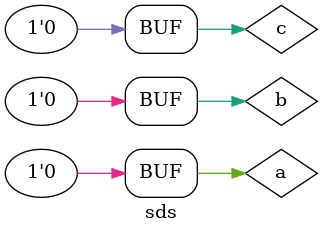
<source format=v>
`timescale 1ns / 1ps


module sds;

	// Inputs
	reg a;
	reg b;
	reg c;

	// Outputs
	wire z;

	// Instantiate the Unit Under Test (UUT)
	testtt uut (
		.a(a), 
		.b(b), 
		.c(c), 
		.z(z)
	);

	initial begin
		// Initialize Inputs
		a <= #100 0;
		b <= #50 0;
		
		// Wait 100 ns for global reset to finish

		c <= #10 0;
		
        
		// Add stimulus here

	end
      
endmodule


</source>
